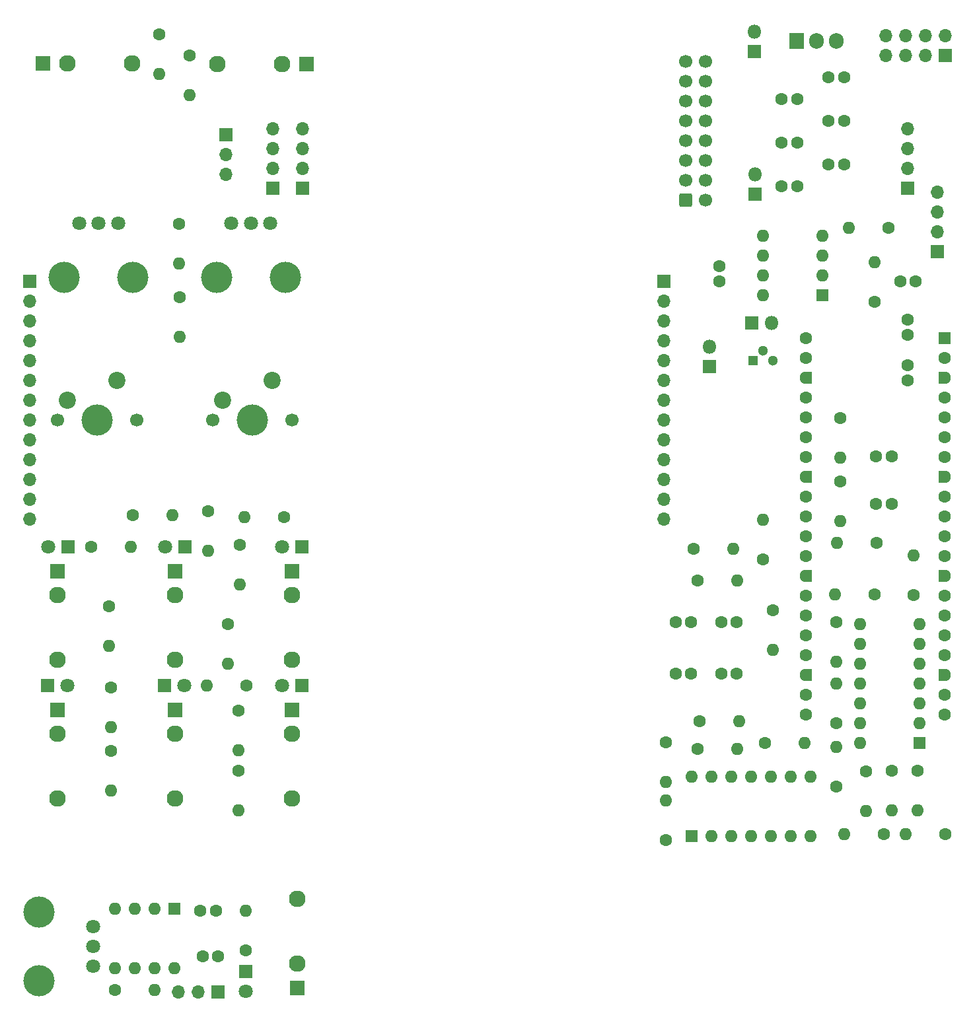
<source format=gbr>
%TF.GenerationSoftware,KiCad,Pcbnew,7.0.9*%
%TF.CreationDate,2023-11-30T21:38:14+01:00*%
%TF.ProjectId,euroPI-kicad_incl_555_clock,6575726f-5049-42d6-9b69-6361645f696e,rev?*%
%TF.SameCoordinates,Original*%
%TF.FileFunction,Soldermask,Bot*%
%TF.FilePolarity,Negative*%
%FSLAX46Y46*%
G04 Gerber Fmt 4.6, Leading zero omitted, Abs format (unit mm)*
G04 Created by KiCad (PCBNEW 7.0.9) date 2023-11-30 21:38:14*
%MOMM*%
%LPD*%
G01*
G04 APERTURE LIST*
G04 Aperture macros list*
%AMRoundRect*
0 Rectangle with rounded corners*
0 $1 Rounding radius*
0 $2 $3 $4 $5 $6 $7 $8 $9 X,Y pos of 4 corners*
0 Add a 4 corners polygon primitive as box body*
4,1,4,$2,$3,$4,$5,$6,$7,$8,$9,$2,$3,0*
0 Add four circle primitives for the rounded corners*
1,1,$1+$1,$2,$3*
1,1,$1+$1,$4,$5*
1,1,$1+$1,$6,$7*
1,1,$1+$1,$8,$9*
0 Add four rect primitives between the rounded corners*
20,1,$1+$1,$2,$3,$4,$5,0*
20,1,$1+$1,$4,$5,$6,$7,0*
20,1,$1+$1,$6,$7,$8,$9,0*
20,1,$1+$1,$8,$9,$2,$3,0*%
%AMFreePoly0*
4,1,28,0.605014,0.794986,0.644504,0.794986,0.724698,0.756366,0.780194,0.686777,0.800000,0.600000,0.800000,-0.600000,0.780194,-0.686777,0.724698,-0.756366,0.644504,-0.794986,0.605014,-0.794986,0.600000,-0.800000,0.000000,-0.800000,-0.178017,-0.779942,-0.347107,-0.720775,-0.498792,-0.625465,-0.625465,-0.498792,-0.720775,-0.347107,-0.779942,-0.178017,-0.800000,0.000000,-0.779942,0.178017,
-0.720775,0.347107,-0.625465,0.498792,-0.498792,0.625465,-0.347107,0.720775,-0.178017,0.779942,0.000000,0.800000,0.600000,0.800000,0.605014,0.794986,0.605014,0.794986,$1*%
%AMFreePoly1*
4,1,28,0.178017,0.779942,0.347107,0.720775,0.498792,0.625465,0.625465,0.498792,0.720775,0.347107,0.779942,0.178017,0.800000,0.000000,0.779942,-0.178017,0.720775,-0.347107,0.625465,-0.498792,0.498792,-0.625465,0.347107,-0.720775,0.178017,-0.779942,0.000000,-0.800000,-0.600000,-0.800000,-0.605014,-0.794986,-0.644504,-0.794986,-0.724698,-0.756366,-0.780194,-0.686777,-0.800000,-0.600000,
-0.800000,0.600000,-0.780194,0.686777,-0.724698,0.756366,-0.644504,0.794986,-0.605014,0.794986,-0.600000,0.800000,0.000000,0.800000,0.178017,0.779942,0.178017,0.779942,$1*%
G04 Aperture macros list end*
%ADD10R,1.600000X1.600000*%
%ADD11O,1.600000X1.600000*%
%ADD12C,1.600000*%
%ADD13R,1.830000X1.930000*%
%ADD14C,2.130000*%
%ADD15R,1.930000X1.830000*%
%ADD16R,1.800000X1.800000*%
%ADD17C,1.800000*%
%ADD18O,1.800000X1.800000*%
%ADD19C,4.000000*%
%ADD20C,1.700000*%
%ADD21C,2.200000*%
%ADD22R,1.700000X1.700000*%
%ADD23O,1.700000X1.700000*%
%ADD24R,1.300000X1.300000*%
%ADD25C,1.300000*%
%ADD26RoundRect,0.200000X0.600000X0.600000X-0.600000X0.600000X-0.600000X-0.600000X0.600000X-0.600000X0*%
%ADD27FreePoly0,180.000000*%
%ADD28FreePoly1,180.000000*%
%ADD29RoundRect,0.250000X-0.600000X-0.600000X0.600000X-0.600000X0.600000X0.600000X-0.600000X0.600000X0*%
%ADD30R,1.905000X2.000000*%
%ADD31O,1.905000X2.000000*%
G04 APERTURE END LIST*
D10*
%TO.C,O3*%
X197104000Y-119287400D03*
D11*
X197104000Y-116747400D03*
X197104000Y-114207400D03*
X197104000Y-111667400D03*
X197104000Y-109127400D03*
X197104000Y-106587400D03*
X197104000Y-104047400D03*
X189484000Y-104047400D03*
X189484000Y-106587400D03*
X189484000Y-109127400D03*
X189484000Y-111667400D03*
X189484000Y-114207400D03*
X189484000Y-116747400D03*
X189484000Y-119287400D03*
%TD*%
D12*
%TO.C,R21*%
X200382352Y-130944600D03*
D11*
X195302352Y-130944600D03*
%TD*%
D12*
%TO.C,R16*%
X93472000Y-112121000D03*
D11*
X93472000Y-117201000D03*
%TD*%
D12*
%TO.C,R24*%
X193069000Y-53247400D03*
D11*
X187989000Y-53247400D03*
%TD*%
D12*
%TO.C,R6*%
X177239352Y-119260600D03*
D11*
X182319352Y-119260600D03*
%TD*%
D12*
%TO.C,R17*%
X108458000Y-103993000D03*
D11*
X108458000Y-109073000D03*
%TD*%
D12*
%TO.C,R20*%
X102235000Y-62112000D03*
D11*
X102235000Y-67192000D03*
%TD*%
D12*
%TO.C,C1*%
X194580000Y-60080000D03*
X196580000Y-60080000D03*
%TD*%
D13*
%TO.C,J8*%
X84720648Y-32140000D03*
D14*
X96120648Y-32140000D03*
X87820648Y-32140000D03*
%TD*%
D11*
%TO.C,R41*%
X110744000Y-140716000D03*
D12*
X110744000Y-145796000D03*
%TD*%
%TO.C,R30*%
X193548000Y-122843400D03*
D11*
X193548000Y-127923400D03*
%TD*%
D15*
%TO.C,J4*%
X86614000Y-114974000D03*
D14*
X86614000Y-126374000D03*
X86614000Y-118074000D03*
%TD*%
D16*
%TO.C,LED6*%
X117872648Y-111896000D03*
D17*
X115332648Y-111896000D03*
%TD*%
D12*
%TO.C,R26*%
X186915000Y-77631400D03*
D11*
X186915000Y-82711400D03*
%TD*%
D12*
%TO.C,R22*%
X168066352Y-94368600D03*
D11*
X173146352Y-94368600D03*
%TD*%
%TO.C,U3*%
X101600000Y-148082000D03*
X99060000Y-148082000D03*
X96520000Y-148082000D03*
X93980000Y-148082000D03*
X93980000Y-140462000D03*
X96520000Y-140462000D03*
X99060000Y-140462000D03*
D10*
X101600000Y-140462000D03*
%TD*%
D12*
%TO.C,R13*%
X90903000Y-94116000D03*
D11*
X95983000Y-94116000D03*
%TD*%
D12*
%TO.C,R31*%
X164539352Y-119202600D03*
D11*
X164539352Y-124282600D03*
%TD*%
D16*
%TO.C,D2*%
X175598000Y-65439400D03*
D18*
X178138000Y-65439400D03*
%TD*%
D12*
%TO.C,C16*%
X179372000Y-47913400D03*
X181372000Y-47913400D03*
%TD*%
%TO.C,R11*%
X110773000Y-111896000D03*
D11*
X105693000Y-111896000D03*
%TD*%
D12*
%TO.C,C3*%
X185399352Y-33916600D03*
X187399352Y-33916600D03*
%TD*%
D11*
%TO.C,Rx1*%
X99060000Y-150876000D03*
D12*
X93980000Y-150876000D03*
%TD*%
%TO.C,R23*%
X177038000Y-95694400D03*
D11*
X177038000Y-90614400D03*
%TD*%
D17*
%TO.C,VR3*%
X91186000Y-147828000D03*
X91186000Y-145328000D03*
X91186000Y-142828000D03*
D19*
X84186000Y-140928000D03*
X84186000Y-149728000D03*
%TD*%
D15*
%TO.C,J2*%
X101605824Y-97194000D03*
D14*
X101605824Y-108594000D03*
X101605824Y-100294000D03*
%TD*%
D10*
%TO.C,O1*%
X184658000Y-61883400D03*
D11*
X184658000Y-59343400D03*
X184658000Y-56803400D03*
X184658000Y-54263400D03*
X177038000Y-54263400D03*
X177038000Y-56803400D03*
X177038000Y-59343400D03*
X177038000Y-61883400D03*
%TD*%
D12*
%TO.C,R18*%
X109739648Y-115140000D03*
D11*
X109739648Y-120220000D03*
%TD*%
D12*
%TO.C,R29*%
X190246000Y-122872400D03*
D11*
X190246000Y-127952400D03*
%TD*%
D12*
%TO.C,C11*%
X165809352Y-110370600D03*
X167809352Y-110370600D03*
%TD*%
D20*
%TO.C,SW2*%
X86614000Y-77860000D03*
D19*
X91694000Y-77860000D03*
D20*
X96774000Y-77860000D03*
D21*
X94234000Y-72780000D03*
X87884000Y-75320000D03*
%TD*%
D12*
%TO.C,C14*%
X173651352Y-110370600D03*
X171651352Y-110370600D03*
%TD*%
D16*
%TO.C,D3*%
X176022000Y-48904000D03*
D18*
X176022000Y-46364000D03*
%TD*%
D12*
%TO.C,R37*%
X192479352Y-130944600D03*
D11*
X187399352Y-130944600D03*
%TD*%
D16*
%TO.C,D1*%
X170180000Y-71027400D03*
D18*
X170180000Y-68487400D03*
%TD*%
D12*
%TO.C,R1*%
X186915000Y-85730400D03*
D11*
X186915000Y-90810400D03*
%TD*%
D12*
%TO.C,R19*%
X102119648Y-52714000D03*
D11*
X102119648Y-57794000D03*
%TD*%
D13*
%TO.C,J7*%
X118461000Y-32190800D03*
D14*
X107061000Y-32190800D03*
X115361000Y-32190800D03*
%TD*%
D16*
%TO.C,D4*%
X175913352Y-30569000D03*
D18*
X175913352Y-28029000D03*
%TD*%
D12*
%TO.C,C2*%
X171450000Y-60089400D03*
X171450000Y-58089400D03*
%TD*%
%TO.C,C18*%
X104902000Y-140716000D03*
X106902000Y-140716000D03*
%TD*%
D15*
%TO.C,J1*%
X86614000Y-97194000D03*
D14*
X86614000Y-108594000D03*
X86614000Y-100294000D03*
%TD*%
D12*
%TO.C,C5*%
X185399352Y-39504600D03*
X187399352Y-39504600D03*
%TD*%
%TO.C,R5*%
X178255352Y-102213600D03*
D11*
X178255352Y-107293600D03*
%TD*%
D14*
%TO.C,J20*%
X117348000Y-147522000D03*
X117348000Y-139222000D03*
D15*
X117348000Y-150622000D03*
%TD*%
D22*
%TO.C,J11*%
X164338000Y-60080000D03*
D23*
X164338000Y-62620000D03*
X164338000Y-65160000D03*
X164338000Y-67700000D03*
X164338000Y-70240000D03*
X164338000Y-72780000D03*
X164338000Y-75320000D03*
X164338000Y-77860000D03*
X164338000Y-80400000D03*
X164338000Y-82940000D03*
X164338000Y-85480000D03*
X164338000Y-88020000D03*
X164338000Y-90560000D03*
%TD*%
D16*
%TO.C,LED5*%
X100330824Y-111896000D03*
D17*
X102870824Y-111896000D03*
%TD*%
D12*
%TO.C,C12*%
X165793352Y-103766600D03*
X167793352Y-103766600D03*
%TD*%
D15*
%TO.C,J3*%
X116597648Y-97194000D03*
D14*
X116597648Y-108594000D03*
X116597648Y-100294000D03*
%TD*%
D12*
%TO.C,R32*%
X186436000Y-116747400D03*
D11*
X186436000Y-111667400D03*
%TD*%
D17*
%TO.C,LED7*%
X110744000Y-151125000D03*
D16*
X110744000Y-148585000D03*
%TD*%
D12*
%TO.C,R8*%
X105918000Y-89515000D03*
D11*
X105918000Y-94595000D03*
%TD*%
D12*
%TO.C,R28*%
X103516648Y-31142000D03*
D11*
X103516648Y-36222000D03*
%TD*%
D12*
%TO.C,R10*%
X93472000Y-120278000D03*
D11*
X93472000Y-125358000D03*
%TD*%
D10*
%TO.C,O5*%
X167841352Y-131198600D03*
D11*
X170381352Y-131198600D03*
X172921352Y-131198600D03*
X175461352Y-131198600D03*
X178001352Y-131198600D03*
X180541352Y-131198600D03*
X183081352Y-131198600D03*
X183081352Y-123578600D03*
X180541352Y-123578600D03*
X178001352Y-123578600D03*
X175461352Y-123578600D03*
X172921352Y-123578600D03*
X170381352Y-123578600D03*
X167841352Y-123578600D03*
%TD*%
D12*
%TO.C,R2*%
X191545000Y-93633400D03*
D11*
X186465000Y-93633400D03*
%TD*%
D12*
%TO.C,C4*%
X179372000Y-42325400D03*
X181372000Y-42325400D03*
%TD*%
D22*
%TO.C,J18*%
X195516500Y-48142000D03*
D23*
X195516500Y-45602000D03*
X195516500Y-43062000D03*
X195516500Y-40522000D03*
%TD*%
D24*
%TO.C,Q1*%
X175748000Y-70265400D03*
D25*
X177018000Y-68995400D03*
X178288000Y-70265400D03*
%TD*%
D20*
%TO.C,SW1*%
X106451400Y-77885400D03*
D19*
X111531400Y-77885400D03*
D20*
X116611400Y-77885400D03*
D21*
X114071400Y-72805400D03*
X107721400Y-75345400D03*
%TD*%
D12*
%TO.C,R27*%
X99579648Y-28428000D03*
D11*
X99579648Y-33508000D03*
%TD*%
D15*
%TO.C,J5*%
X101605824Y-114974000D03*
D14*
X101605824Y-126374000D03*
X101605824Y-118074000D03*
%TD*%
D12*
%TO.C,R36*%
X196342000Y-100266400D03*
D11*
X196342000Y-95186400D03*
%TD*%
D12*
%TO.C,R25*%
X191291000Y-62674400D03*
D11*
X191291000Y-57594400D03*
%TD*%
D12*
%TO.C,C10*%
X191516000Y-88590701D03*
X193516000Y-88590701D03*
%TD*%
%TO.C,R9*%
X109982000Y-93862000D03*
D11*
X109982000Y-98942000D03*
%TD*%
D12*
%TO.C,C13*%
X173635352Y-103766600D03*
X171635352Y-103766600D03*
%TD*%
%TO.C,R7*%
X93218000Y-101736000D03*
D11*
X93218000Y-106816000D03*
%TD*%
D12*
%TO.C,C7*%
X195580000Y-72780000D03*
X195580000Y-70780000D03*
%TD*%
%TO.C,R34*%
X164539352Y-131706600D03*
D11*
X164539352Y-126626600D03*
%TD*%
D19*
%TO.C,VR1*%
X115759400Y-59597400D03*
X106959400Y-59597400D03*
D17*
X108859400Y-52597400D03*
X111359400Y-52597400D03*
X113859400Y-52597400D03*
%TD*%
D12*
%TO.C,C15*%
X185399352Y-45092600D03*
X187399352Y-45092600D03*
%TD*%
D16*
%TO.C,LED2*%
X102880824Y-94116000D03*
D17*
X100340824Y-94116000D03*
%TD*%
D19*
%TO.C,VR2*%
X96232648Y-59587000D03*
X87432648Y-59587000D03*
D17*
X89332648Y-52587000D03*
X91832648Y-52587000D03*
X94332648Y-52587000D03*
%TD*%
D12*
%TO.C,R3*%
X168857352Y-116466600D03*
D11*
X173937352Y-116466600D03*
%TD*%
D12*
%TO.C,R4*%
X168603352Y-98432600D03*
D11*
X173683352Y-98432600D03*
%TD*%
D12*
%TO.C,R39*%
X191320000Y-100208400D03*
D11*
X186240000Y-100208400D03*
%TD*%
D16*
%TO.C,LED4*%
X85339000Y-111896000D03*
D17*
X87879000Y-111896000D03*
%TD*%
D22*
%TO.C,J12*%
X117957600Y-48142000D03*
D23*
X117957600Y-45602000D03*
X117957600Y-43062000D03*
X117957600Y-40522000D03*
%TD*%
D12*
%TO.C,C9*%
X191516000Y-82494701D03*
X193516000Y-82494701D03*
%TD*%
%TO.C,C17*%
X105188000Y-146558000D03*
X107188000Y-146558000D03*
%TD*%
%TO.C,R40*%
X168603352Y-120051600D03*
D11*
X173683352Y-120051600D03*
%TD*%
D15*
%TO.C,J6*%
X116597648Y-114974000D03*
D14*
X116597648Y-126374000D03*
X116597648Y-118074000D03*
%TD*%
D16*
%TO.C,LED3*%
X117872648Y-94116000D03*
D17*
X115332648Y-94116000D03*
%TD*%
D12*
%TO.C,R12*%
X109739648Y-122789000D03*
D11*
X109739648Y-127869000D03*
%TD*%
D12*
%TO.C,R38*%
X186436000Y-124875400D03*
D11*
X186436000Y-119795400D03*
%TD*%
D12*
%TO.C,R35*%
X196850000Y-122814400D03*
D11*
X196850000Y-127894400D03*
%TD*%
D12*
%TO.C,R14*%
X96266000Y-90052000D03*
D11*
X101346000Y-90052000D03*
%TD*%
D12*
%TO.C,C8*%
X195580000Y-64938000D03*
X195580000Y-66938000D03*
%TD*%
D16*
%TO.C,LED1*%
X87889000Y-94116000D03*
D17*
X85349000Y-94116000D03*
%TD*%
D12*
%TO.C,R15*%
X115581648Y-90306000D03*
D11*
X110501648Y-90306000D03*
%TD*%
D12*
%TO.C,C6*%
X179372000Y-36737400D03*
X181372000Y-36737400D03*
%TD*%
%TO.C,R33*%
X186436000Y-103735400D03*
D11*
X186436000Y-108815400D03*
%TD*%
D22*
%TO.C,J14*%
X108204000Y-41284000D03*
D23*
X108204000Y-43824000D03*
X108204000Y-46364000D03*
%TD*%
D22*
%TO.C,J16*%
X200406000Y-31149400D03*
D23*
X197866000Y-31149400D03*
X195326000Y-31149400D03*
X192786000Y-31149400D03*
X200406000Y-28609400D03*
X197866000Y-28609400D03*
X195326000Y-28609400D03*
X192786000Y-28609400D03*
%TD*%
D22*
%TO.C,J15*%
X199390000Y-56270000D03*
D23*
X199390000Y-53730000D03*
X199390000Y-51190000D03*
X199390000Y-48650000D03*
%TD*%
D26*
%TO.C,U2*%
X200246000Y-67341400D03*
D12*
X200246000Y-69881400D03*
D27*
X200246000Y-72421400D03*
D12*
X200246000Y-74961400D03*
X200246000Y-77501400D03*
X200246000Y-80041400D03*
X200246000Y-82581400D03*
D27*
X200246000Y-85121400D03*
D12*
X200246000Y-87661400D03*
X200246000Y-90201400D03*
X200246000Y-92741400D03*
X200246000Y-95281400D03*
D27*
X200246000Y-97821400D03*
D12*
X200246000Y-100361400D03*
X200246000Y-102901400D03*
X200246000Y-105441400D03*
X200246000Y-107981400D03*
D27*
X200246000Y-110521400D03*
D12*
X200246000Y-113061400D03*
X200246000Y-115601400D03*
X182466000Y-115601400D03*
X182466000Y-113061400D03*
D28*
X182466000Y-110521400D03*
D12*
X182466000Y-107981400D03*
X182466000Y-105441400D03*
X182466000Y-102901400D03*
X182466000Y-100361400D03*
D28*
X182466000Y-97821400D03*
D12*
X182466000Y-95281400D03*
X182466000Y-92741400D03*
X182466000Y-90201400D03*
X182466000Y-87661400D03*
D28*
X182466000Y-85121400D03*
D12*
X182466000Y-82581400D03*
X182466000Y-80041400D03*
X182466000Y-77501400D03*
X182466000Y-74961400D03*
D28*
X182466000Y-72421400D03*
D12*
X182466000Y-69881400D03*
X182466000Y-67341400D03*
%TD*%
D23*
%TO.C,J21*%
X102108000Y-151130000D03*
X104648000Y-151130000D03*
D22*
X107188000Y-151130000D03*
%TD*%
%TO.C,J19*%
X114211500Y-48142000D03*
D23*
X114211500Y-45602000D03*
X114211500Y-43062000D03*
X114211500Y-40522000D03*
%TD*%
D22*
%TO.C,J17*%
X83058000Y-60080000D03*
D23*
X83058000Y-62620000D03*
X83058000Y-65160000D03*
X83058000Y-67700000D03*
X83058000Y-70240000D03*
X83058000Y-72780000D03*
X83058000Y-75320000D03*
X83058000Y-77860000D03*
X83058000Y-80400000D03*
X83058000Y-82940000D03*
X83058000Y-85480000D03*
X83058000Y-88020000D03*
X83058000Y-90560000D03*
%TD*%
D29*
%TO.C,J10*%
X167132000Y-49666000D03*
D20*
X169672000Y-49666000D03*
X167132000Y-47126000D03*
X169672000Y-47126000D03*
X167132000Y-44586000D03*
X169672000Y-44586000D03*
X167132000Y-42046000D03*
X169672000Y-42046000D03*
X167132000Y-39506000D03*
X169672000Y-39506000D03*
X167132000Y-36966000D03*
X169672000Y-36966000D03*
X167132000Y-34426000D03*
X169672000Y-34426000D03*
X167132000Y-31886000D03*
X169672000Y-31886000D03*
%TD*%
D30*
%TO.C,U1*%
X181303352Y-29273600D03*
D31*
X183843352Y-29273600D03*
X186383352Y-29273600D03*
%TD*%
M02*

</source>
